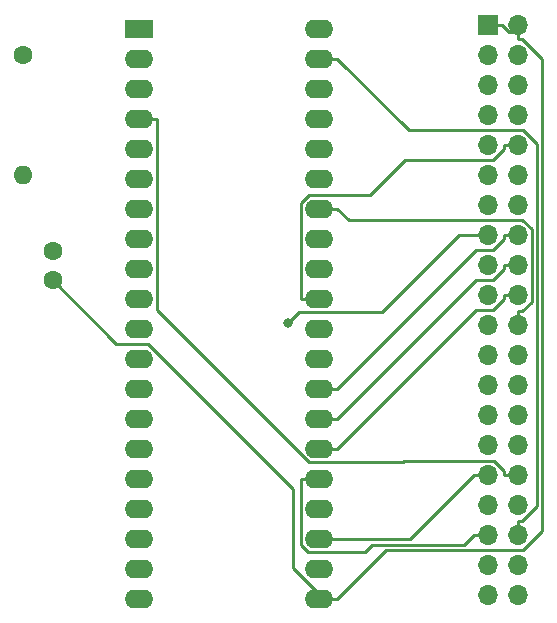
<source format=gtl>
G04 #@! TF.GenerationSoftware,KiCad,Pcbnew,(5.1.12)-1*
G04 #@! TF.CreationDate,2022-10-05T17:54:17-05:00*
G04 #@! TF.ProjectId,cpu,6370752e-6b69-4636-9164-5f7063625858,rev?*
G04 #@! TF.SameCoordinates,Original*
G04 #@! TF.FileFunction,Copper,L1,Top*
G04 #@! TF.FilePolarity,Positive*
%FSLAX46Y46*%
G04 Gerber Fmt 4.6, Leading zero omitted, Abs format (unit mm)*
G04 Created by KiCad (PCBNEW (5.1.12)-1) date 2022-10-05 17:54:17*
%MOMM*%
%LPD*%
G01*
G04 APERTURE LIST*
G04 #@! TA.AperFunction,ComponentPad*
%ADD10O,1.700000X1.700000*%
G04 #@! TD*
G04 #@! TA.AperFunction,ComponentPad*
%ADD11R,1.700000X1.700000*%
G04 #@! TD*
G04 #@! TA.AperFunction,ComponentPad*
%ADD12C,1.600000*%
G04 #@! TD*
G04 #@! TA.AperFunction,ComponentPad*
%ADD13O,1.600000X1.600000*%
G04 #@! TD*
G04 #@! TA.AperFunction,ComponentPad*
%ADD14R,2.400000X1.600000*%
G04 #@! TD*
G04 #@! TA.AperFunction,ComponentPad*
%ADD15O,2.400000X1.600000*%
G04 #@! TD*
G04 #@! TA.AperFunction,ViaPad*
%ADD16C,0.800000*%
G04 #@! TD*
G04 #@! TA.AperFunction,Conductor*
%ADD17C,0.250000*%
G04 #@! TD*
G04 APERTURE END LIST*
D10*
X158750000Y-96520000D03*
X156210000Y-96520000D03*
X158750000Y-93980000D03*
X156210000Y-93980000D03*
X158750000Y-91440000D03*
X156210000Y-91440000D03*
X158750000Y-88900000D03*
X156210000Y-88900000D03*
X158750000Y-86360000D03*
X156210000Y-86360000D03*
X158750000Y-83820000D03*
X156210000Y-83820000D03*
X158750000Y-81280000D03*
X156210000Y-81280000D03*
X158750000Y-78740000D03*
X156210000Y-78740000D03*
X158750000Y-76200000D03*
X156210000Y-76200000D03*
X158750000Y-73660000D03*
X156210000Y-73660000D03*
X158750000Y-71120000D03*
X156210000Y-71120000D03*
X158750000Y-68580000D03*
X156210000Y-68580000D03*
X158750000Y-66040000D03*
X156210000Y-66040000D03*
X158750000Y-63500000D03*
X156210000Y-63500000D03*
X158750000Y-60960000D03*
X156210000Y-60960000D03*
X158750000Y-58420000D03*
X156210000Y-58420000D03*
X158750000Y-55880000D03*
X156210000Y-55880000D03*
X158750000Y-53340000D03*
X156210000Y-53340000D03*
X158750000Y-50800000D03*
X156210000Y-50800000D03*
X158750000Y-48260000D03*
D11*
X156210000Y-48260000D03*
D12*
X116840000Y-50800000D03*
D13*
X116840000Y-60960000D03*
D14*
X126695000Y-48565000D03*
D15*
X141935000Y-96825000D03*
X126695000Y-51105000D03*
X141935000Y-94285000D03*
X126695000Y-53645000D03*
X141935000Y-91745000D03*
X126695000Y-56185000D03*
X141935000Y-89205000D03*
X126695000Y-58725000D03*
X141935000Y-86665000D03*
X126695000Y-61265000D03*
X141935000Y-84125000D03*
X126695000Y-63805000D03*
X141935000Y-81585000D03*
X126695000Y-66345000D03*
X141935000Y-79045000D03*
X126695000Y-68885000D03*
X141935000Y-76505000D03*
X126695000Y-71425000D03*
X141935000Y-73965000D03*
X126695000Y-73965000D03*
X141935000Y-71425000D03*
X126695000Y-76505000D03*
X141935000Y-68885000D03*
X126695000Y-79045000D03*
X141935000Y-66345000D03*
X126695000Y-81585000D03*
X141935000Y-63805000D03*
X126695000Y-84125000D03*
X141935000Y-61265000D03*
X126695000Y-86665000D03*
X141935000Y-58725000D03*
X126695000Y-89205000D03*
X141935000Y-56185000D03*
X126695000Y-91745000D03*
X141935000Y-53645000D03*
X126695000Y-94285000D03*
X141935000Y-51105000D03*
X126695000Y-96825000D03*
X141935000Y-48565000D03*
D12*
X119380000Y-69850000D03*
X119380000Y-67350000D03*
D16*
X139293000Y-73460300D03*
D17*
X142368600Y-96825000D02*
X139752800Y-94209200D01*
X139752800Y-94209200D02*
X139752800Y-87564100D01*
X139752800Y-87564100D02*
X127423700Y-75235000D01*
X127423700Y-75235000D02*
X124765000Y-75235000D01*
X124765000Y-75235000D02*
X119380000Y-69850000D01*
X142368600Y-96825000D02*
X143460000Y-96825000D01*
X143460000Y-96825000D02*
X147575000Y-92710000D01*
X147575000Y-92710000D02*
X159185000Y-92710000D01*
X159185000Y-92710000D02*
X160840000Y-91055100D01*
X160840000Y-91055100D02*
X160840000Y-51159400D01*
X160840000Y-51159400D02*
X159115000Y-49435100D01*
X159115000Y-49435100D02*
X158750000Y-49435100D01*
X158750000Y-49435100D02*
X158750000Y-48847500D01*
X141935000Y-96825000D02*
X142368600Y-96825000D01*
X158750000Y-48260000D02*
X158750000Y-48847500D01*
X158750000Y-48847500D02*
X157973000Y-48847500D01*
X157973000Y-48847500D02*
X157385000Y-48260000D01*
X157385000Y-48260000D02*
X156210000Y-48260000D01*
X141935000Y-86665000D02*
X140410000Y-86665000D01*
X140410000Y-86665000D02*
X140410000Y-92267600D01*
X140410000Y-92267600D02*
X141031000Y-92888700D01*
X141031000Y-92888700D02*
X145815000Y-92888700D01*
X145815000Y-92888700D02*
X146444000Y-92259800D01*
X146444000Y-92259800D02*
X154215000Y-92259800D01*
X154215000Y-92259800D02*
X155035000Y-91440000D01*
X155035000Y-91440000D02*
X156210000Y-91440000D01*
X141935000Y-71425000D02*
X140410000Y-71425000D01*
X140410000Y-71425000D02*
X140410000Y-63290000D01*
X140410000Y-63290000D02*
X141091000Y-62608900D01*
X141091000Y-62608900D02*
X146246000Y-62608900D01*
X146246000Y-62608900D02*
X149164000Y-59690000D01*
X149164000Y-59690000D02*
X156670000Y-59690000D01*
X156670000Y-59690000D02*
X157575000Y-58785200D01*
X157575000Y-58785200D02*
X157575000Y-58420000D01*
X157575000Y-58420000D02*
X158750000Y-58420000D01*
X141935000Y-91745000D02*
X149650000Y-91745000D01*
X149650000Y-91745000D02*
X155035000Y-86360000D01*
X155035000Y-86360000D02*
X156210000Y-86360000D01*
X141935000Y-79045000D02*
X143460000Y-79045000D01*
X143460000Y-79045000D02*
X155195000Y-67310000D01*
X155195000Y-67310000D02*
X156670000Y-67310000D01*
X156670000Y-67310000D02*
X157575000Y-66405200D01*
X157575000Y-66405200D02*
X157575000Y-66040000D01*
X157575000Y-66040000D02*
X158750000Y-66040000D01*
X141935000Y-81585000D02*
X143460000Y-81585000D01*
X143460000Y-81585000D02*
X155195000Y-69850000D01*
X155195000Y-69850000D02*
X156670000Y-69850000D01*
X156670000Y-69850000D02*
X157575000Y-68945200D01*
X157575000Y-68945200D02*
X157575000Y-68580000D01*
X157575000Y-68580000D02*
X158750000Y-68580000D01*
X141935000Y-84125000D02*
X143460000Y-84125000D01*
X143460000Y-84125000D02*
X155195000Y-72390000D01*
X155195000Y-72390000D02*
X156670000Y-72390000D01*
X156670000Y-72390000D02*
X157575000Y-71485200D01*
X157575000Y-71485200D02*
X157575000Y-71120000D01*
X157575000Y-71120000D02*
X158750000Y-71120000D01*
X141935000Y-63805000D02*
X143460000Y-63805000D01*
X143460000Y-63805000D02*
X144425000Y-64770000D01*
X144425000Y-64770000D02*
X159152000Y-64770000D01*
X159152000Y-64770000D02*
X159939000Y-65557800D01*
X159939000Y-65557800D02*
X159939000Y-71660800D01*
X159939000Y-71660800D02*
X159115000Y-72484900D01*
X159115000Y-72484900D02*
X158750000Y-72484900D01*
X158750000Y-72484900D02*
X158750000Y-73660000D01*
X156210000Y-66040000D02*
X153739000Y-66040000D01*
X153739000Y-66040000D02*
X147229000Y-72550200D01*
X147229000Y-72550200D02*
X140203000Y-72550200D01*
X140203000Y-72550200D02*
X139293000Y-73460300D01*
X126695000Y-56185000D02*
X128220000Y-56185000D01*
X128220000Y-56185000D02*
X128220000Y-72402000D01*
X128220000Y-72402000D02*
X141076000Y-85257800D01*
X141076000Y-85257800D02*
X148997000Y-85257800D01*
X148997000Y-85257800D02*
X149080000Y-85173900D01*
X149080000Y-85173900D02*
X156754000Y-85173900D01*
X156754000Y-85173900D02*
X157575000Y-85994800D01*
X157575000Y-85994800D02*
X157575000Y-86360000D01*
X157575000Y-86360000D02*
X158750000Y-86360000D01*
X141935000Y-51105000D02*
X143460000Y-51105000D01*
X143460000Y-51105000D02*
X149505000Y-57150000D01*
X149505000Y-57150000D02*
X159179000Y-57150000D01*
X159179000Y-57150000D02*
X160389000Y-58360800D01*
X160389000Y-58360800D02*
X160389000Y-88990700D01*
X160389000Y-88990700D02*
X159115000Y-90264900D01*
X159115000Y-90264900D02*
X158750000Y-90264900D01*
X158750000Y-90264900D02*
X158750000Y-91440000D01*
M02*

</source>
